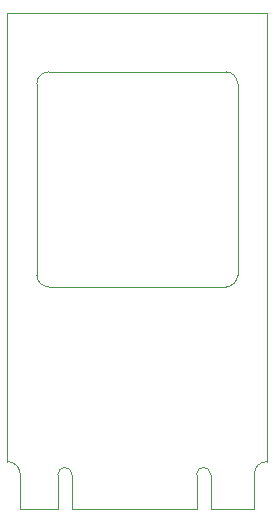
<source format=gbr>
%TF.GenerationSoftware,KiCad,Pcbnew,6.0.10-86aedd382b~118~ubuntu20.04.1*%
%TF.CreationDate,2023-02-01T16:29:48-05:00*%
%TF.ProjectId,Logitech Unifying 2242,4c6f6769-7465-4636-9820-556e69667969,A*%
%TF.SameCoordinates,Original*%
%TF.FileFunction,Profile,NP*%
%FSLAX46Y46*%
G04 Gerber Fmt 4.6, Leading zero omitted, Abs format (unit mm)*
G04 Created by KiCad (PCBNEW 6.0.10-86aedd382b~118~ubuntu20.04.1) date 2023-02-01 16:29:48*
%MOMM*%
%LPD*%
G01*
G04 APERTURE LIST*
%TA.AperFunction,Profile*%
%ADD10C,0.100000*%
%TD*%
%TA.AperFunction,Profile*%
%ADD11C,0.120000*%
%TD*%
G04 APERTURE END LIST*
D10*
X131100000Y-84200000D02*
G75*
G03*
X130100000Y-85200000I0J-1000000D01*
G01*
X147100000Y-85200000D02*
G75*
G03*
X146100000Y-84200000I-1000000J0D01*
G01*
X146100000Y-102400000D02*
G75*
G03*
X147100000Y-101400000I0J1000000D01*
G01*
X130100000Y-101400000D02*
G75*
G03*
X131100000Y-102400000I1000000J0D01*
G01*
X130100000Y-101400000D02*
X130100000Y-85200000D01*
X146100000Y-102400000D02*
X131100000Y-102400000D01*
X147100000Y-85200000D02*
X147100000Y-101400000D01*
X131100000Y-84200000D02*
X146100000Y-84200000D01*
D11*
%TO.C,J1*%
X148525000Y-121200000D02*
X148525000Y-118200000D01*
X144825000Y-118300000D02*
X144825000Y-121200000D01*
X128675000Y-118200000D02*
X128675000Y-121200000D01*
X149600000Y-79200000D02*
X127600000Y-79200000D01*
X149600000Y-117200000D02*
X149600000Y-79200000D01*
X143625000Y-121200000D02*
X143625000Y-118300000D01*
X131875000Y-121200000D02*
X131875000Y-118300000D01*
X133075000Y-121200000D02*
X143625000Y-121200000D01*
X144825000Y-121200000D02*
X148525000Y-121200000D01*
X128675000Y-121200000D02*
X131875000Y-121200000D01*
X127600000Y-117200000D02*
X127600000Y-79200000D01*
X133075000Y-118300000D02*
X133075000Y-121200000D01*
X133075000Y-118300000D02*
G75*
G03*
X131875000Y-118300000I-600000J0D01*
G01*
X128675001Y-118200000D02*
G75*
G03*
X127600000Y-117200000I-1037500J-37499D01*
G01*
X149600000Y-117200000D02*
G75*
G03*
X148525000Y-118200000I-37500J-1037500D01*
G01*
X144825000Y-118300000D02*
G75*
G03*
X143625000Y-118300000I-600000J0D01*
G01*
%TD*%
M02*

</source>
